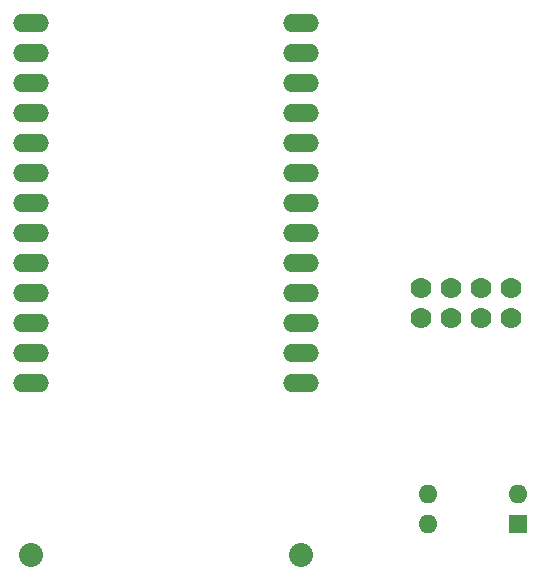
<source format=gts>
G04 #@! TF.GenerationSoftware,KiCad,Pcbnew,5.99.0-unknown-9f841da98e~134~ubuntu20.04.1*
G04 #@! TF.CreationDate,2021-11-20T11:12:31+01:00*
G04 #@! TF.ProjectId,wt32-esp01-programmer,77743332-2d65-4737-9030-312d70726f67,rev?*
G04 #@! TF.SameCoordinates,Original*
G04 #@! TF.FileFunction,Soldermask,Top*
G04 #@! TF.FilePolarity,Negative*
%FSLAX46Y46*%
G04 Gerber Fmt 4.6, Leading zero omitted, Abs format (unit mm)*
G04 Created by KiCad (PCBNEW 5.99.0-unknown-9f841da98e~134~ubuntu20.04.1) date 2021-11-20 11:12:31*
%MOMM*%
%LPD*%
G01*
G04 APERTURE LIST*
%ADD10C,1.778000*%
%ADD11R,1.600000X1.600000*%
%ADD12O,1.600000X1.600000*%
%ADD13C,2.032000*%
%ADD14O,3.048000X1.524000*%
G04 APERTURE END LIST*
D10*
X138176000Y-87630000D03*
X138176000Y-90170000D03*
X135636000Y-87630000D03*
X135636000Y-90170000D03*
X133096000Y-87630000D03*
X133096000Y-90170000D03*
X130556000Y-87630000D03*
X130556000Y-90170000D03*
D11*
X138811000Y-107569000D03*
D12*
X138811000Y-105029000D03*
X131191000Y-105029000D03*
X131191000Y-107569000D03*
D13*
X120396000Y-110236000D03*
X97536000Y-110236000D03*
D14*
X120396000Y-65151000D03*
X120396000Y-67691000D03*
X120396000Y-70231000D03*
X120396000Y-72771000D03*
X120396000Y-75311000D03*
X120396000Y-77851000D03*
X120396000Y-80391000D03*
X120396000Y-82931000D03*
X120396000Y-85471000D03*
X120396000Y-88011000D03*
X120396000Y-90551000D03*
X120396000Y-93091000D03*
X120396000Y-95631000D03*
X97536000Y-95631000D03*
X97536000Y-93091000D03*
X97536000Y-90551000D03*
X97536000Y-88011000D03*
X97536000Y-85471000D03*
X97536000Y-82931000D03*
X97536000Y-80391000D03*
X97536000Y-77851000D03*
X97536000Y-75311000D03*
X97536000Y-72771000D03*
X97536000Y-70231000D03*
X97536000Y-67691000D03*
X97536000Y-65151000D03*
M02*

</source>
